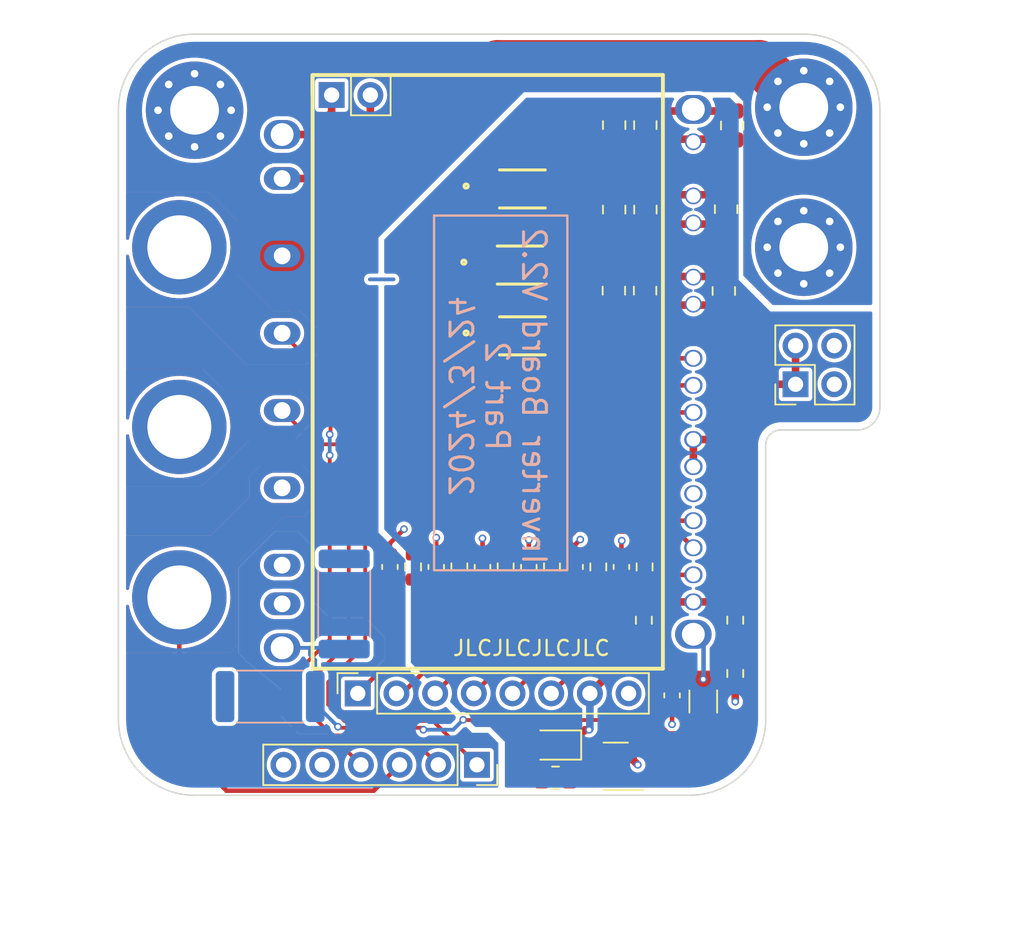
<source format=kicad_pcb>
(kicad_pcb (version 20221018) (generator pcbnew)
  (layers (0 "F.Cu" signal) (31 "B.Cu" signal) (34 "B.Paste" user) (35 "F.Paste" user) (36 "B.SilkS" user "B.Silkscreen") (37 "F.SilkS" user "F.Silkscreen") (38 "B.Mask" user) (39 "F.Mask" user) (44 "Edge.Cuts" user))
  (net 0 "")
  (footprint "Connector_PinSocket_2.54mm:PinSocket_1x02_P2.54mm_Vertical" (layer "F.Cu") (at 76.665 37.251369 90)
    (fp_text reference "J13" hide)
    (fp_text value "Conn_01x02_Pin")
    (pad "1" thru_hole rect (at 0 0 90) (size 1.7 1.7) (drill 1) (layers "*.Cu" "*.Mask"))
    (pad "2" thru_hole oval (at 0 2.54 90) (size 1.7 1.7) (drill 1) (layers "*.Cu" "*.Mask"))
  )
  (footprint "Package_TO_SOT_SMD:SOT-23-3" (layer "F.Cu") (at 95.315 81.351369 180)
    (fp_text reference "Q1" hide)
    (fp_text value "FMMT618TA")
    (pad "1" smd roundrect (at -1.1375 -0.95 180) (size 1.325 0.6) (layers "F.Cu" "F.Paste" "F.Mask"))
    (pad "2" smd roundrect (at -1.1375 0.95 180) (size 1.325 0.6) (layers "F.Cu" "F.Paste" "F.Mask"))
    (pad "3" smd roundrect (at 1.1375 0 180) (size 1.325 0.6) (layers "F.Cu" "F.Paste" "F.Mask"))
  )
  (footprint "Capacitor_SMD:C_0805_2012Metric" (layer "F.Cu") (at 95.215 44.776369 -90)
    (fp_text reference "C9" hide)
    (fp_text value "2.2uf")
    (pad "1" smd roundrect (at -0.95 0 270) (size 1 1.45) (layers "F.Cu" "F.Paste" "F.Mask"))
    (pad "2" smd roundrect (at 0.95 0 270) (size 1 1.45) (layers "F.Cu" "F.Paste" "F.Mask"))
  )
  (footprint "MountingHole:MountingHole_3.2mm_M3_Pad_Via" (layer "F.Cu") (at 107.665 38.051369)
    (fp_text reference "H1" hide)
    (fp_text value "MountingHole_Pad")
    (pad "1" thru_hole circle (at -2.4 0) (size 0.8 0.8) (drill 0.5) (layers "*.Cu" "*.Mask"))
    (pad "1" thru_hole circle (at -1.697056 -1.697056) (size 0.8 0.8) (drill 0.5) (layers "*.Cu" "*.Mask"))
    (pad "1" thru_hole circle (at -1.697056 1.697056) (size 0.8 0.8) (drill 0.5) (layers "*.Cu" "*.Mask"))
    (pad "1" thru_hole circle (at 0 -2.4) (size 0.8 0.8) (drill 0.5) (layers "*.Cu" "*.Mask"))
    (pad "1" thru_hole circle (at 0 0) (size 6.4 6.4) (drill 3.2) (layers "*.Cu" "*.Mask"))
    (pad "1" thru_hole circle (at 0 2.4) (size 0.8 0.8) (drill 0.5) (layers "*.Cu" "*.Mask"))
    (pad "1" thru_hole circle (at 1.697056 -1.697056) (size 0.8 0.8) (drill 0.5) (layers "*.Cu" "*.Mask"))
    (pad "1" thru_hole circle (at 1.697056 1.697056) (size 0.8 0.8) (drill 0.5) (layers "*.Cu" "*.Mask"))
    (pad "1" thru_hole circle (at 2.4 0) (size 0.8 0.8) (drill 0.5) (layers "*.Cu" "*.Mask"))
  )
  (footprint "inverter_lib:M3_smt" (layer "F.Cu") (at 66.665 59.051369)
    (fp_text reference "J9" hide)
    (fp_text value "Header 2")
    (pad "1" thru_hole circle (at 0 0) (size 6.2 6.2) (drill 4.2) (layers "*.Cu" "*.Mask"))
  )
  (footprint "Resistor_SMD:R_0603_1608Metric" (layer "F.Cu") (at 82.010246 68.251369 -90)
    (fp_text reference "R13" hide)
    (fp_text value "100R")
    (pad "1" smd roundrect (at -0.825 0 270) (size 0.8 0.95) (layers "F.Cu" "F.Paste" "F.Mask"))
    (pad "2" smd roundrect (at 0.825 0 270) (size 0.8 0.95) (layers "F.Cu" "F.Paste" "F.Mask"))
  )
  (footprint "Capacitor_SMD:C_0603_1608Metric" (layer "F.Cu") (at 83.530492 68.251369 -90)
    (fp_text reference "C16" hide)
    (fp_text value "100pf")
    (pad "1" smd roundrect (at -0.775 0 270) (size 0.9 0.95) (layers "F.Cu" "F.Paste" "F.Mask"))
    (pad "2" smd roundrect (at 0.775 0 270) (size 0.9 0.95) (layers "F.Cu" "F.Paste" "F.Mask"))
  )
  (footprint "Resistor_SMD:R_0603_1608Metric" (layer "F.Cu") (at 97.165 71.751369 90)
    (fp_text reference "R22" hide)
    (fp_text value "1K")
    (pad "1" smd roundrect (at -0.825 0 90) (size 0.8 0.95) (layers "F.Cu" "F.Paste" "F.Mask"))
    (pad "2" smd roundrect (at 0.825 0 90) (size 0.8 0.95) (layers "F.Cu" "F.Paste" "F.Mask"))
  )
  (footprint "Resistor_SMD:R_0603_1608Metric" (layer "F.Cu") (at 85.050738 68.251369 -90)
    (fp_text reference "R14" hide)
    (fp_text value "100R")
    (pad "1" smd roundrect (at -0.825 0 270) (size 0.8 0.95) (layers "F.Cu" "F.Paste" "F.Mask"))
    (pad "2" smd roundrect (at 0.825 0 270) (size 0.8 0.95) (layers "F.Cu" "F.Paste" "F.Mask"))
  )
  (footprint "Resistor_SMD:R_1206_3216Metric" (layer "F.Cu") (at 101.065 77.091369 -90)
    (fp_text reference "R21" hide)
    (fp_text value "2k")
    (pad "1" smd roundrect (at -1.4625 0 270) (size 1.125 1.75) (layers "F.Cu" "F.Paste" "F.Mask") (roundrect_rratio 0.2222222222))
    (pad "2" smd roundrect (at 1.4625 0 270) (size 1.125 1.75) (layers "F.Cu" "F.Paste" "F.Mask") (roundrect_rratio 0.2222222222))
  )
  (footprint "Capacitor_SMD:C_0603_1608Metric" (layer "F.Cu") (at 86.570984 68.251369 -90)
    (fp_text reference "C17" hide)
    (fp_text value "100pf")
    (pad "1" smd roundrect (at -0.775 0 270) (size 0.9 0.95) (layers "F.Cu" "F.Paste" "F.Mask"))
    (pad "2" smd roundrect (at 0.775 0 270) (size 0.9 0.95) (layers "F.Cu" "F.Paste" "F.Mask"))
  )
  (footprint "Capacitor_SMD:C_0603_1608Metric" (layer "F.Cu") (at 92.651968 68.251369 -90)
    (fp_text reference "C19" hide)
    (fp_text value "100pf")
    (pad "1" smd roundrect (at -0.775 0 270) (size 0.9 0.95) (layers "F.Cu" "F.Paste" "F.Mask"))
    (pad "2" smd roundrect (at 0.775 0 270) (size 0.9 0.95) (layers "F.Cu" "F.Paste" "F.Mask"))
  )
  (footprint "Capacitor_SMD:C_0805_2012Metric" (layer "F.Cu") (at 95.215 39.226369 -90)
    (fp_text reference "C6" hide)
    (fp_text value "2.2uf")
    (pad "1" smd roundrect (at -0.95 0 270) (size 1 1.45) (layers "F.Cu" "F.Paste" "F.Mask"))
    (pad "2" smd roundrect (at 0.95 0 270) (size 1 1.45) (layers "F.Cu" "F.Paste" "F.Mask"))
  )
  (footprint "Resistor_SMD:R_0603_1608Metric" (layer "F.Cu") (at 91.131722 68.251369 -90)
    (fp_text reference "R16" hide)
    (fp_text value "100R")
    (pad "1" smd roundrect (at -0.825 0 270) (size 0.8 0.95) (layers "F.Cu" "F.Paste" "F.Mask"))
    (pad "2" smd roundrect (at 0.825 0 270) (size 0.8 0.95) (layers "F.Cu" "F.Paste" "F.Mask"))
  )
  (footprint "MountingHole:MountingHole_3.2mm_M3_Pad_Via" (layer "F.Cu") (at 67.665 38.251369)
    (fp_text reference "H3" hide)
    (fp_text value "MountingHole_Pad")
    (pad "1" thru_hole circle (at -2.4 0) (size 0.8 0.8) (drill 0.5) (layers "*.Cu" "*.Mask"))
    (pad "1" thru_hole circle (at -1.697056 -1.697056) (size 0.8 0.8) (drill 0.5) (layers "*.Cu" "*.Mask"))
    (pad "1" thru_hole circle (at -1.697056 1.697056) (size 0.8 0.8) (drill 0.5) (layers "*.Cu" "*.Mask"))
    (pad "1" thru_hole circle (at 0 -2.4) (size 0.8 0.8) (drill 0.5) (layers "*.Cu" "*.Mask"))
    (pad "1" thru_hole circle (at 0 0) (size 6.4 6.4) (drill 3.2) (layers "*.Cu" "*.Mask"))
    (pad "1" thru_hole circle (at 0 2.4) (size 0.8 0.8) (drill 0.5) (layers "*.Cu" "*.Mask"))
    (pad "1" thru_hole circle (at 1.697056 -1.697056) (size 0.8 0.8) (drill 0.5) (layers "*.Cu" "*.Mask"))
    (pad "1" thru_hole circle (at 1.697056 1.697056) (size 0.8 0.8) (drill 0.5) (layers "*.Cu" "*.Mask"))
    (pad "1" thru_hole circle (at 2.4 0) (size 0.8 0.8) (drill 0.5) (layers "*.Cu" "*.Mask"))
  )
  (footprint "Connector_PinSocket_2.54mm:PinSocket_2x02_P2.54mm_Vertical" (layer "F.Cu") (at 107.125 56.251369 180)
    (fp_text reference "J12" hide)
    (fp_text value "Conn_01x02_Pin")
    (pad "1" thru_hole rect (at 0 0 180) (size 1.7 1.7) (drill 1) (layers "*.Cu" "*.Mask"))
    (pad "2" thru_hole oval (at -2.54 0 180) (size 1.7 1.7) (drill 1) (layers "*.Cu" "*.Mask"))
    (pad "3" thru_hole oval (at 0 2.54 180) (size 1.7 1.7) (drill 1) (layers "*.Cu" "*.Mask"))
    (pad "4" thru_hole oval (at -2.54 2.54 180) (size 1.7 1.7) (drill 1) (layers "*.Cu" "*.Mask"))
  )
  (footprint "Capacitor_SMD:C_0805_2012Metric" (layer "F.Cu") (at 97.265 44.776369 -90)
    (fp_text reference "C10" hide)
    (fp_text value "2.2uf")
    (pad "1" smd roundrect (at -0.95 0 270) (size 1 1.45) (layers "F.Cu" "F.Paste" "F.Mask"))
    (pad "2" smd roundrect (at 0.95 0 270) (size 1 1.45) (layers "F.Cu" "F.Paste" "F.Mask"))
  )
  (footprint "Resistor_SMD:R_0603_1608Metric" (layer "F.Cu") (at 103.165 75.251369 -90)
    (fp_text reference "R7" hide)
    (fp_text value "2K")
    (pad "1" smd roundrect (at -0.825 0 270) (size 0.8 0.95) (layers "F.Cu" "F.Paste" "F.Mask"))
    (pad "2" smd roundrect (at 0.825 0 270) (size 0.8 0.95) (layers "F.Cu" "F.Paste" "F.Mask"))
  )
  (footprint "Capacitor_SMD:C_0603_1608Metric" (layer "F.Cu") (at 99.015 76.691369 90)
    (fp_text reference "C21" hide)
    (fp_text value "1nf")
    (pad "1" smd roundrect (at -0.775 0 90) (size 0.9 0.95) (layers "F.Cu" "F.Paste" "F.Mask"))
    (pad "2" smd roundrect (at 0.775 0 90) (size 0.9 0.95) (layers "F.Cu" "F.Paste" "F.Mask"))
  )
  (footprint "inverter_lib:MELF_DO-213AB" (layer "F.Cu") (at 89.04 48.42)
    (fp_text reference "Z2" hide)
    (fp_text value "ZM4746A-GS08" hide)
    (pad "1" smd rect (at -2.625 0 90) (size 3 1.25) (layers "F.Cu" "F.Paste" "F.Mask"))
    (pad "2" smd rect (at 2.625 0 90) (size 3 1.25) (layers "F.Cu" "F.Paste" "F.Mask"))
  )
  (footprint "MountingHole:MountingHole_3.2mm_M3_Pad_Via" (layer "F.Cu") (at 107.665 47.251369)
    (fp_text reference "H2" hide)
    (fp_text value "MountingHole_Pad")
    (pad "1" thru_hole circle (at -2.4 0) (size 0.8 0.8) (drill 0.5) (layers "*.Cu" "*.Mask"))
    (pad "1" thru_hole circle (at -1.697056 -1.697056) (size 0.8 0.8) (drill 0.5) (layers "*.Cu" "*.Mask"))
    (pad "1" thru_hole circle (at -1.697056 1.697056) (size 0.8 0.8) (drill 0.5) (layers "*.Cu" "*.Mask"))
    (pad "1" thru_hole circle (at 0 -2.4) (size 0.8 0.8) (drill 0.5) (layers "*.Cu" "*.Mask"))
    (pad "1" thru_hole circle (at 0 0) (size 6.4 6.4) (drill 3.2) (layers "*.Cu" "*.Mask"))
    (pad "1" thru_hole circle (at 0 2.4) (size 0.8 0.8) (drill 0.5) (layers "*.Cu" "*.Mask"))
    (pad "1" thru_hole circle (at 1.697056 -1.697056) (size 0.8 0.8) (drill 0.5) (layers "*.Cu" "*.Mask"))
    (pad "1" thru_hole circle (at 1.697056 1.697056) (size 0.8 0.8) (drill 0.5) (layers "*.Cu" "*.Mask"))
    (pad "1" thru_hole circle (at 2.4 0) (size 0.8 0.8) (drill 0.5) (layers "*.Cu" "*.Mask"))
  )
  (footprint "Capacitor_SMD:C_0805_2012Metric" (layer "F.Cu") (at 102.415 50.121369 -90)
    (fp_text reference "C14" hide)
    (fp_text value "100nf")
    (pad "1" smd roundrect (at -0.95 0 270) (size 1 1.45) (layers "F.Cu" "F.Paste" "F.Mask"))
    (pad "2" smd roundrect (at 0.95 0 270) (size 1 1.45) (layers "F.Cu" "F.Paste" "F.Mask"))
  )
  (footprint "Capacitor_SMD:C_0603_1608Metric" (layer "F.Cu") (at 89.611476 68.251369 -90)
    (fp_text reference "C18" hide)
    (fp_text value "100pf")
    (pad "1" smd roundrect (at -0.775 0 270) (size 0.9 0.95) (layers "F.Cu" "F.Paste" "F.Mask"))
    (pad "2" smd roundrect (at 0.775 0 270) (size 0.9 0.95) (layers "F.Cu" "F.Paste" "F.Mask"))
  )
  (footprint "Capacitor_SMD:C_0805_2012Metric" (layer "F.Cu") (at 102.965 39.251369 -90)
    (fp_text reference "C7" hide)
    (fp_text value "100nf")
    (pad "1" smd roundrect (at -0.95 0 270) (size 1 1.45) (layers "F.Cu" "F.Paste" "F.Mask"))
    (pad "2" smd roundrect (at 0.95 0 270) (size 1 1.45) (layers "F.Cu" "F.Paste" "F.Mask"))
  )
  (footprint "Capacitor_SMD:C_0805_2012Metric" (layer "F.Cu") (at 97.26 39.226369 -90)
    (fp_text reference "C5" hide)
    (fp_text value "2.2uf")
    (pad "1" smd roundrect (at -0.95 0 270) (size 1 1.45) (layers "F.Cu" "F.Paste" "F.Mask"))
    (pad "2" smd roundrect (at 0.95 0 270) (size 1 1.45) (layers "F.Cu" "F.Paste" "F.Mask"))
  )
  (footprint "LED_SMD:LED_0805_2012Metric" (layer "F.Cu") (at 91.365 79.951369 180)
    (fp_text reference "D1" hide)
    (fp_text value "LEDRED")
    (pad "1" smd roundrect (at -0.9375 0 180) (size 0.975 1.4) (layers "F.Cu" "F.Paste" "F.Mask"))
    (pad "2" smd roundrect (at 0.9375 0 180) (size 0.975 1.4) (layers "F.Cu" "F.Paste" "F.Mask"))
  )
  (footprint "Resistor_SMD:R_0805_2012Metric" (layer "F.Cu") (at 91.365 82.101369 180)
    (fp_text reference "R3" hide)
    (fp_text value "301R")
    (pad "1" smd roundrect (at -0.9125 0 180) (size 1.025 1.4) (layers "F.Cu" "F.Paste" "F.Mask") (roundrect_rratio 0.243902439))
    (pad "2" smd roundrect (at 0.9125 0 180) (size 1.025 1.4) (layers "F.Cu" "F.Paste" "F.Mask") (roundrect_rratio 0.243902439))
  )
  (footprint "Resistor_SMD:R_0603_1608Metric" (layer "F.Cu") (at 94.172214 68.251369 -90)
    (fp_text reference "R17" hide)
    (fp_text value "100R")
    (pad "1" smd roundrect (at -0.825 0 270) (size 0.8 0.95) (layers "F.Cu" "F.Paste" "F.Mask"))
    (pad "2" smd roundrect (at 0.825 0 270) (size 0.8 0.95) (layers "F.Cu" "F.Paste" "F.Mask"))
  )
  (footprint "Capacitor_SMD:C_0805_2012Metric" (layer "F.Cu") (at 97.245 50.101369 -90)
    (fp_text reference "C12" hide)
    (fp_text value "2.2uf")
    (pad "1" smd roundrect (at -0.95 0 270) (size 1 1.45) (layers "F.Cu" "F.Paste" "F.Mask"))
    (pad "2" smd roundrect (at 0.95 0 270) (size 1 1.45) (layers "F.Cu" "F.Paste" "F.Mask"))
  )
  (footprint "Connector_PinSocket_2.54mm:PinSocket_1x06_P2.54mm_Vertical" (layer "F.Cu") (at 86.205 81.251369 -90)
    (fp_text reference "J10" hide)
    (fp_text value "Conn_01x06_Pin")
    (pad "1" thru_hole rect (at 0 0 270) (size 1.7 1.7) (drill 1) (layers "*.Cu" "*.Mask"))
    (pad "2" thru_hole oval (at 0 2.54 270) (size 1.7 1.7) (drill 1) (layers "*.Cu" "*.Mask"))
    (pad "3" thru_hole oval (at 0 5.08 270) (size 1.7 1.7) (drill 1) (layers "*.Cu" "*.Mask"))
    (pad "4" thru_hole oval (at 0 7.62 270) (size 1.7 1.7) (drill 1) (layers "*.Cu" "*.Mask"))
    (pad "5" thru_hole oval (at 0 10.16 270) (size 1.7 1.7) (drill 1) (layers "*.Cu" "*.Mask"))
    (pad "6" thru_hole oval (at 0 12.7 270) (size 1.7 1.7) (drill 1) (layers "*.Cu" "*.Mask"))
  )
  (footprint "inverter_lib:MELF_DO-213AB" (layer "F.Cu") (at 89.19 53.07)
    (fp_text reference "Z3" hide)
    (fp_text value "ZM4746A-GS08" hide)
    (pad "1" smd rect (at -2.625 0 90) (size 3 1.25) (layers "F.Cu" "F.Paste" "F.Mask"))
    (pad "2" smd rect (at 2.625 0 90) (size 3 1.25) (layers "F.Cu" "F.Paste" "F.Mask"))
  )
  (footprint "inverter_lib:MELF_DO-213AB" (layer "F.Cu") (at 89.19 43.42)
    (fp_text reference "Z1" hide)
    (fp_text value "ZM4746A-GS08" hide)
    (pad "1" smd rect (at -2.625 0 90) (size 3 1.25) (layers "F.Cu" "F.Paste" "F.Mask"))
    (pad "2" smd rect (at 2.625 0 90) (size 3 1.25) (layers "F.Cu" "F.Paste" "F.Mask"))
  )
  (footprint "Resistor_SMD:R_0603_1608Metric" (layer "F.Cu") (at 88.09123 68.251369 -90)
    (fp_text reference "R15" hide)
    (fp_text value "100R")
    (pad "1" smd roundrect (at -0.825 0 270) (size 0.8 0.95) (layers "F.Cu" "F.Paste" "F.Mask"))
    (pad "2" smd roundrect (at 0.825 0 270) (size 0.8 0.95) (layers "F.Cu" "F.Paste" "F.Mask"))
  )
  (footprint "Resistor_SMD:R_0603_1608Metric" (layer "F.Cu") (at 97.21271 68.251369 -90)
    (fp_text reference "R18" hide)
    (fp_text value "100R")
    (pad "1" smd roundrect (at -0.825 0 270) (size 0.8 0.95) (layers "F.Cu" "F.Paste" "F.Mask"))
    (pad "2" smd roundrect (at 0.825 0 270) (size 0.8 0.95) (layers "F.Cu" "F.Paste" "F.Mask"))
  )
  (footprint "inverter_lib:M3_smt" (layer "F.Cu") (at 66.665 70.251369)
    (fp_text reference "J11" hide)
    (fp_text value "Header 2")
    (pad "1" thru_hole circle (at 0 0) (size 6.2 6.2) (drill 4.2) (layers "*.Cu" "*.Mask"))
  )
  (footprint "Capacitor_SMD:C_0603_1608Metric" (layer "F.Cu") (at 95.69246 68.251369 -90)
    (fp_text reference "C20" hide)
    (fp_text value "100pf")
    (pad "1" smd roundrect (at -0.775 0 270) (size 0.9 0.95) (layers "F.Cu" "F.Paste" "F.Mask"))
    (pad "2" smd roundrect (at 0.775 0 270) (size 0.9 0.95) (layers "F.Cu" "F.Paste" "F.Mask"))
  )
  (footprint "Capacitor_SMD:C_0805_2012Metric" (layer "F.Cu") (at 95.195 50.101369 -90)
    (fp_text reference "C13" hide)
    (fp_text value "2.2uf")
    (pad "1" smd roundrect (at -0.95 0 270) (size 1 1.45) (layers "F.Cu" "F.Paste" "F.Mask"))
    (pad "2" smd roundrect (at 0.95 0 270) (size 1 1.45) (layers "F.Cu" "F.Paste" "F.Mask"))
  )
  (footprint "Capacitor_SMD:C_0805_2012Metric" (layer "F.Cu") (at 102.565 44.751369 -90)
    (fp_text reference "C11" hide)
    (fp_text value "100nf")
    (pad "1" smd roundrect (at -0.95 0 270) (size 1 1.45) (layers "F.Cu" "F.Paste" "F.Mask"))
    (pad "2" smd roundrect (at 0.95 0 270) (size 1 1.45) (layers "F.Cu" "F.Paste" "F.Mask"))
  )
  (footprint "inverter_lib:M3_smt" (layer "F.Cu") (at 66.665 47.251369)
    (fp_text reference "J8" hide)
    (fp_text value "Header 2")
    (pad "1" thru_hole circle (at 0 0) (size 6.2 6.2) (drill 4.2) (layers "*.Cu" "*.Mask"))
  )
  (footprint "Resistor_SMD:R_0603_1608Metric" (layer "F.Cu") (at 103.165 71.751369 90)
    (fp_text reference "R6" hide)
    (fp_text value "10K")
    (pad "1" smd roundrect (at -0.825 0 90) (size 0.8 0.95) (layers "F.Cu" "F.Paste" "F.Mask"))
    (pad "2" smd roundrect (at 0.825 0 90) (size 0.8 0.95) (layers "F.Cu" "F.Paste" "F.Mask"))
  )
  (footprint "Capacitor_SMD:C_0603_1608Metric" (layer "F.Cu") (at 80.49 68.251369 -90)
    (fp_text reference "C15" hide)
    (fp_text value "100pf")
    (pad "1" smd roundrect (at -0.775 0 270) (size 0.9 0.95) (layers "F.Cu" "F.Paste" "F.Mask"))
    (pad "2" smd roundrect (at 0.775 0 270) (size 0.9 0.95) (layers "F.Cu" "F.Paste" "F.Mask"))
  )
  (footprint "Connector_PinSocket_2.54mm:PinSocket_1x08_P2.54mm_Vertical" (layer "F.Cu") (at 78.381 76.558369 90)
    (fp_text reference "J2" hide)
    (fp_text value "Conn_01x08_Pin")
    (pad "1" thru_hole rect (at 0 0 90) (size 1.7 1.7) (drill 1) (layers "*.Cu" "*.Mask"))
    (pad "2" thru_hole oval (at 0 2.54 90) (size 1.7 1.7) (drill 1) (layers "*.Cu" "*.Mask"))
    (pad "3" thru_hole oval (at 0 5.08 90) (size 1.7 1.7) (drill 1) (layers "*.Cu" "*.Mask"))
    (pad "4" thru_hole oval (at 0 7.62 90) (size 1.7 1.7) (drill 1) (layers "*.Cu" "*.Mask"))
    (pad "5" thru_hole oval (at 0 10.16 90) (size 1.7 1.7) (drill 1) (layers "*.Cu" "*.Mask"))
    (pad "6" thru_hole oval (at 0 12.7 90) (size 1.7 1.7) (drill 1) (layers "*.Cu" "*.Mask"))
    (pad "7" thru_hole oval (at 0 15.24 90) (size 1.7 1.7) (drill 1) (layers "*.Cu" "*.Mask"))
    (pad "8" thru_hole oval (at 0 17.78 90) (size 1.7 1.7) (drill 1) (layers "*.Cu" "*.Mask"))
  )
  (footprint "Resistor_SMD:R_2512_6332Metric" (layer "B.Cu") (at 72.6275 76.77 180)
    (fp_text reference "R20" hide)
    (fp_text value "8mR")
    (pad "1" smd roundrect (at -2.9625 0 180) (size 1.225 3.35) (layers "B.Cu" "B.Paste" "B.Mask") (roundrect_rratio 0.2040816327))
    (pad "2" smd roundrect (at 2.9625 0 180) (size 1.225 3.35) (layers "B.Cu" "B.Paste" "B.Mask") (roundrect_rratio 0.2040816327))
  )
  (footprint "inverter_lib:FNC42060F" (layer "B.Cu") (at 86.915 55.879869)
    (fp_text reference "Q2" hide)
    (fp_text value "FNC42060F" hide)
    (pad "1" thru_hole oval (at -13.5 -16.0345) (size 2.4 1.9) (drill 1.5) (layers "*.Cu" "*.Mask"))
    (pad "2" thru_hole oval (at -13.5 -13.1445) (size 2.4 1.5) (drill 1.1) (layers "*.Cu" "*.Mask"))
    (pad "3" thru_hole oval (at -13.5 -8.0645) (size 2.4 1.5) (drill 1.1) (layers "*.Cu" "*.Mask"))
    (pad "4" thru_hole oval (at -13.5 -2.9845) (size 2.4 1.5) (drill 1.1) (layers "*.Cu" "*.Mask"))
    (pad "5" thru_hole oval (at -13.5 2.0955) (size 2.4 1.5) (drill 1.1) (layers "*.Cu" "*.Mask"))
    (pad "6" thru_hole oval (at -13.5 7.1755) (size 2.4 1.5) (drill 1.1) (layers "*.Cu" "*.Mask"))
    (pad "7" thru_hole oval (at -13.5 12.2555) (size 2.4 1.5) (drill 1.1) (layers "*.Cu" "*.Mask"))
    (pad "8" thru_hole oval (at -13.5 14.7955) (size 2.4 1.5) (drill 1.1) (layers "*.Cu" "*.Mask"))
    (pad "9" thru_hole oval (at -13.5 17.6855) (size 2.4 1.9) (drill 1.5) (layers "*.Cu" "*.Mask"))
    (pad "10" thru_hole oval (at 13.5 16.7965) (size 2.4 1.9) (drill 1.5) (layers "*.Cu" "*.Mask"))
    (pad "11" thru_hole oval (at 13.5 14.6685) (size 1.2 1.1) (drill 0.9) (layers "*.Cu" "*.Mask"))
    (pad "12" thru_hole oval (at 13.5 12.89051) (size 1.2 1.1) (drill 0.9) (layers "*.Cu" "*.Mask"))
    (pad "13" thru_hole oval (at 13.5 11.1125) (size 1.2 1.1) (drill 0.9) (layers "*.Cu" "*.Mask"))
    (pad "14" thru_hole oval (at 13.5 9.3345) (size 1.2 1.1) (drill 0.9) (layers "*.Cu" "*.Mask"))
    (pad "15" thru_hole oval (at 13.5 7.5565) (size 1.2 1.1) (drill 0.9) (layers "*.Cu" "*.Mask"))
    (pad "16" thru_hole oval (at 13.5 5.77851) (size 1.2 1.1) (drill 0.9) (layers "*.Cu" "*.Mask"))
    (pad "17" thru_hole oval (at 13.5 4.0005) (size 1.2 1.1) (drill 0.9) (layers "*.Cu" "*.Mask"))
    (pad "18" thru_hole oval (at 13.5 2.2225) (size 1.2 1.1) (drill 0.9) (layers "*.Cu" "*.Mask"))
    (pad "19" thru_hole oval (at 13.5 0.4445) (size 1.2 1.1) (drill 0.9) (layers "*.Cu" "*.Mask"))
    (pad "20" thru_hole oval (at 13.5 -1.3335) (size 1.2 1.1) (drill 0.9) (layers "*.Cu" "*.Mask"))
    (pad "21" thru_hole circle (at 13.5 -4.8895) (size 1.1 1.1) (drill 0.9) (layers "*.Cu" "*.Mask"))
    (pad "22" thru_hole circle (at 13.5 -6.6675) (size 1.1 1.1) (drill 0.9) (layers "*.Cu" "*.Mask"))
    (pad "23" thru_hole circle (at 13.5 -10.2235) (size 1.1 1.1) (drill 0.9) (layers "*.Cu" "*.Mask"))
    (pad "24" thru_hole circle (at 13.5 -12.0015) (size 1.1 1.1) (drill 0.9) (layers "*.Cu" "*.Mask"))
    (pad "25" thru_hole circle (at 13.5 -15.5575) (size 1.1 1.1) (drill 0.9) (layers "*.Cu" "*.Mask"))
    (pad "26" thru_hole oval (at 13.5 -17.6855) (size 2.4 1.9) (drill 1.5) (layers "*.Cu" "*.Mask"))
  )
  (footprint "Resistor_SMD:R_2512_6332Metric" (layer "B.Cu") (at 77.49 70.6825 90)
    (fp_text reference "R19" hide)
    (fp_text value "8mR")
    (pad "1" smd roundrect (at -2.9625 0 90) (size 1.225 3.35) (layers "B.Cu" "B.Paste" "B.Mask") (roundrect_rratio 0.2040816327))
    (pad "2" smd roundrect (at 2.9625 0 90) (size 1.225 3.35) (layers "B.Cu" "B.Paste" "B.Mask") (roundrect_rratio 0.2040816327))
  )
  (gr_rect (start 83.39 45.17) (end 92.14 68.47) (stroke (width 0.15)) (fill none) (layer "B.SilkS"))
  (gr_line (start 67.665 83.251369) (end 100.165 83.251369) (stroke (width 0.1)) (layer "Edge.Cuts"))
  (gr_arc (start 105.165 78.251369) (mid 103.700534 81.786904) (end 100.165 83.251369) (stroke (width 0.1)) (layer "Edge.Cuts"))
  (gr_line (start 111.165 59.251369) (end 106.165 59.251369) (stroke (width 0.1)) (layer "Edge.Cuts"))
  (gr_arc (start 62.665 38.251369) (mid 64.129466 34.715836) (end 67.665 33.251369) (stroke (width 0.1)) (layer "Edge.Cuts"))
  (gr_line (start 67.665 33.251369) (end 107.665 33.251369) (stroke (width 0.1)) (layer "Edge.Cuts"))
  (gr_arc (start 107.665 33.251369) (mid 111.20051 34.715839) (end 112.665 38.251369) (stroke (width 0.1)) (layer "Edge.Cuts"))
  (gr_line (start 112.665 57.751369) (end 112.665 38.251369) (stroke (width 0.1)) (layer "Edge.Cuts"))
  (gr_arc (start 105.165 60.251369) (mid 105.457898 59.544247) (end 106.165 59.251369) (stroke (width 0.1)) (layer "Edge.Cuts"))
  (gr_arc (start 112.665 57.751369) (mid 112.225665 58.812014) (end 111.165 59.251369) (stroke (width 0.1)) (layer "Edge.Cuts"))
  (gr_line (start 105.165 60.251369) (end 105.165 78.251369) (stroke (width 0.1)) (layer "Edge.Cuts"))
  (gr_arc (start 67.665 83.251369) (mid 64.129472 81.786897) (end 62.665 78.251369) (stroke (width 0.1)) (layer "Edge.Cuts"))
  (gr_line (start 62.665 78.251369) (end 62.665 38.251369) (stroke (width 0.1)) (layer "Edge.Cuts"))
  (gr_text "Inverter Board V2.2\nPart 2\n2024/3/24" (at 84.24 57.02 270) (layer "B.SilkS") (effects (font (size 1.5 1.5) (thickness 0.2)) (justify bottom mirror)))
  (gr_text "JLCJLCJLCJLC" (at 84.54 74.17) (layer "F.SilkS") (effects (font (size 1 1)) (justify left bottom)))
  (segment (start 93.62 54.546369) (end 100.415 54.546369) (width 0.3) (layer "F.Cu") (net 0))
  (segment (start 90.4275 82.076369) (end 90.4525 82.101369) (width 0.5) (layer "F.Cu") (net 0))
  (segment (start 87.555 35.141369) (end 74.881 47.815369) (width 3) (layer "F.Cu") (net 0))
  (segment (start 95.042 56.324369) (end 100.415 56.324369) (width 0.3) (layer "F.Cu") (net 0))
  (segment (start 75.634631 60.195) (end 77.015 60.195) (width 0.25) (layer "F.Cu") (net 0))
  (segment (start 97.21271 67.426369) (end 98.55672 68.770379) (width 0.3) (layer "F.Cu") (net 0))
  (segment (start 102.915 40.151369) (end 102.965 40.201369) (width 0.5) (layer "F.Cu") (net 0))
  (segment (start 76.59 56.070369) (end 73.415 52.895369) (width 0.25) (layer "F.Cu") (net 0))
  (segment (start 92.521369 48.42) (end 95.215 45.726369) (width 0.5) (layer "F.Cu") (net 0))
  (segment (start 96.79 72.576369) (end 94.965 74.401369) (width 0.5) (layer "F.Cu") (net 0))
  (segment (start 93.176369 53.07) (end 95.195 51.051369) (width 0.5) (layer "F.Cu") (net 0))
  (segment (start 66.665 79.851369) (end 69.765 82.951369) (width 0.3) (layer "F.Cu") (net 0))
  (segment (start 93.343722 65.214369) (end 100.415 65.214369) (width 0.3) (layer "F.Cu") (net 0))
  (segment (start 75.631 42.735369) (end 73.415 42.735369) (width 0.5) (layer "F.Cu") (net 0))
  (segment (start 97.16271 69.026369) (end 97.21271 69.076369) (width 0.3) (layer "F.Cu") (net 0))
  (segment (start 83.461 76.558369) (end 86.570984 73.448385) (width 0.3) (layer "F.Cu") (net 0))
  (segment (start 95.69246 66.548409) (end 95.69246 67.476369) (width 0.3) (layer "F.Cu") (net 0))
  (segment (start 88.09123 66.550139) (end 96.539 58.102369) (width 0.3) (layer "F.Cu") (net 0))
  (segment (start 95.69246 69.026369) (end 97.16271 69.026369) (width 0.3) (layer "F.Cu") (net 0))
  (segment (start 92.615 82.101369) (end 93.365 81.351369) (width 0.5) (layer "F.Cu") (net 0))
  (segment (start 97.920458 78.31) (end 98.776827 79.166369) (width 0.25) (layer "F.Cu") (net 0))
  (segment (start 92.651968 72.447401) (end 88.541 76.558369) (width 0.3) (layer "F.Cu") (net 0))
  (segment (start 74.19 79.145) (end 75.121369 80.076369) (width 0.25) (layer "F.Cu") (net 0))
  (segment (start 94.965 75.214369) (end 93.621 76.558369) (width 0.5) (layer "F.Cu") (net 0))
  (segment (start 107.665 38.051369) (end 104.755 35.141369) (width 3) (layer "F.Cu") (net 0))
  (segment (start 95.215 43.826369) (end 93.471369 45.57) (width 0.5) (layer "F.Cu") (net 0))
  (segment (start 74.19 75.37) (end 74.19 79.145) (width 0.25) (layer "F.Cu") (net 0))
  (segment (start 100.165 82.301369) (end 96.4525 82.301369) (width 0.5) (layer "F.Cu") (net 0))
  (segment (start 100.415 59.880369) (end 100.415 61.658379) (width 0.5) (layer "F.Cu") (net 0))
  (segment (start 85.32 78.31) (end 97.920458 78.31) (width 0.25) (layer "F.Cu") (net 0))
  (segment (start 92.921369 40.57) (end 90.99 40.57) (width 0.5) (layer "F.Cu") (net 0))
  (segment (start 77.015 60.195) (end 77.79 60.97) (width 0.25) (layer "F.Cu") (net 0))
  (segment (start 76.59 59.495) (end 76.59 56.070369) (width 0.25) (layer "F.Cu") (net 0))
  (segment (start 80.49 69.026369) (end 81.960246 69.026369) (width 0.3) (layer "F.Cu") (net 0))
  (segment (start 91.815 43.42) (end 95.083631 40.151369) (width 0.5) (layer "F.Cu") (net 0))
  (segment (start 95.19 65.926369) (end 99.349 65.926369) (width 0.3) (layer "F.Cu") (net 0))
  (segment (start 93.565 78.951369) (end 93.3025 78.951369) (width 0.5) (layer "F.Cu") (net 0))
  (segment (start 105.665 56.251369) (end 102.036 59.880369) (width 0.5) (layer "F.Cu") (net 0))
  (segment (start 91.131722 69.076369) (end 89.661476 69.076369) (width 0.3) (layer "F.Cu") (net 0))
  (segment (start 86.570984 67.476369) (end 86.570984 66.382353) (width 0.3) (layer "F.Cu") (net 0))
  (segment (start 76.54 59.545) (end 76.59 59.495) (width 0.25) (layer "F.Cu") (net 0))
  (segment (start 80.49 66.695) (end 80.49 67.476369) (width 0.3) (layer "F.Cu") (net 0))
  (segment (start 77.515 78.37) (end 76.44 77.295) (width 0.25) (layer "F.Cu") (net 0))
  (segment (start 102.036 59.880369) (end 100.415 59.880369) (width 0.5) (layer "F.Cu") (net 0))
  (segment (start 99.015 77.466369) (end 99.015 78.591369) (width 0.3) (layer "F.Cu") (net 0))
  (segment (start 96.4525 80.938869) (end 96.765 81.251369) (width 0.5) (layer "F.Cu") (net 0))
  (segment (start 73.415 57.975369) (end 75.634631 60.195) (width 0.25) (layer "F.Cu") (net 0))
  (segment (start 86.205 81.251369) (end 83.323631 78.37) (width 0.25) (layer "F.Cu") (net 0))
  (segment (start 81.733631 79.32) (end 83.665 81.251369) (width 0.25) (layer "F.Cu") (net 0))
  (segment (start 86.565 53.07) (end 86.565 50.901369) (width 0.5) (layer "F.Cu") (net 0))
  (segment (start 86.570984 73.448385) (end 86.570984 69.076369) (width 0.3) (layer "F.Cu") (net 0))
  (segment (start 92.2775 82.101369) (end 92.615 82.101369) (width 0.5) (layer "F.Cu") (net 0))
  (segment (start 94.172214 67.426369) (end 94.172214 66.944155) (width 0.3) (layer "F.Cu") (net 0))
  (segment (start 102.54 45.726369) (end 102.565 45.701369) (width 0.5) (layer "F.Cu") (net 0))
  (segment (start 76.44 75.82) (end 78.865 73.395) (width 0.25) (layer "F.Cu") (net 0))
  (segment (start 85.050738 69.076369) (end 83.580492 69.076369) (width 0.3) (layer "F.Cu") (net 0))
  (segment (start 76.44 77.295) (end 76.44 75.82) (width 0.25) (layer "F.Cu") (net 0))
  (segment (start 103.165 74.426369) (end 103.99 74.426369) (width 0.5) (layer "F.Cu") (net 0))
  (segment (start 75.265 75.72) (end 75.265 77.895) (width 0.25) (layer "F.Cu") (net 0))
  (segment (start 104.315 74.751369) (end 104.315 78.151369) (width 0.5) (layer "F.Cu") (net 0))
  (segment (start 80.49 74.449369) (end 80.49 69.051369) (width 0.3) (layer "F.Cu") (net 0))
  (segment (start 97.245 51.051369) (end 102.395 51.051369) (width 0.5) (layer "F.Cu") (net 0))
  (segment (start 95.24 43.801369) (end 95.215 43.826369) (width 0.5) (layer "F.Cu") (net 0))
  (segment (start 86.570984 69.026369) (end 88.04123 69.026369) (width 0.3) (layer "F.Cu") (net 0))
  (segment (start 93.365 81.351369) (end 94.1775 81.351369) (width 0.5) (layer "F.Cu") (net 0))
  (segment (start 86.570984 66.382353) (end 86.565 66.376369) (width 0.3) (layer "F.Cu") (net 0))
  (segment (start 73.415 39.845369) (end 75.211 39.845369) (width 0.5) (layer "F.Cu") (net 0))
  (segment (start 95.215 38.276369) (end 92.921369 40.57) (width 0.5) (layer "F.Cu") (net 0))
  (segment (start 102.565 43.801369) (end 95.24 43.801369) (width 0.5) (layer "F.Cu") (net 0))
  (segment (start 104.315 78.151369) (end 100.165 82.301369) (width 0.5) (layer "F.Cu") (net 0))
  (segment (start 98.14 70.926369) (end 98.518 70.548369) (width 0.5) (layer "F.Cu") (net 0))
  (segment (start 107.125 56.251369) (end 105.665 56.251369) (width 0.5) (layer "F.Cu") (net 0))
  (segment (start 83.530492 66.335877) (end 83.54 66.326369) (width 0.3) (layer "F.Cu") (net 0))
  (segment (start 93.726369 50.62) (end 95.195 49.151369) (width 0.5) (layer "F.Cu") (net 0))
  (segment (start 95.24 38.301369) (end 95.215 38.276369) (width 0.5) (layer "F.Cu") (net 0))
  (segment (start 88.14 43.42) (end 86.565 43.42) (width 0.5) (layer "F.Cu") (net 0))
  (segment (start 78.381 76.558369) (end 80.49 74.449369) (width 0.3) (layer "F.Cu") (net 0))
  (segment (start 85.050738 67.426369) (end 85.050738 66.315631) (width 0.3) (layer "F.Cu") (net 0))
  (segment (start 95.083631 40.151369) (end 102.915 40.151369) (width 0.5) (layer "F.Cu") (net 0))
  (segment (start 86.415 46.095) (end 86.415 48.42) (width 0.5) (layer "F.Cu") (net 0))
  (segment (start 86.565 50.901369) (end 86.846369 50.62) (width 0.5) (layer "F.Cu") (net 0))
  (segment (start 85.050738 66.315631) (end 95.042 56.324369) (width 0.3) (layer "F.Cu") (net 0))
  (segment (start 102.965 38.301369) (end 95.24 38.301369) (width 0.5) (layer "F.Cu") (net 0))
  (segment (start 77.41 80.076369) (end 78.585 81.251369) (width 0.25) (layer "F.Cu") (net 0))
  (segment (start 69.765 82.951369) (end 79.425 82.951369) (width 0.3) (layer "F.Cu") (net 0))
  (segment (start 95.69246 71.946909) (end 91.081 76.558369) (width 0.3) (layer "F.Cu") (net 0))
  (segment (start 83.580492 69.076369) (end 83.530492 69.026369) (width 0.3) (layer "F.Cu") (net 0))
  (segment (start 76.54 73.02) (end 74.19 75.37) (width 0.25) (layer "F.Cu") (net 0))
  (segment (start 97.165 70.926369) (end 98.14 70.926369) (width 0.5) (layer "F.Cu") (net 0))
  (segment (start 89.611476 66.479893) (end 89.615 66.476369) (width 0.3) (layer "F.Cu") (net 0))
  (segment (start 78.865 53.265369) (end 73.415 47.815369) (width 0.25) (layer "F.Cu") (net 0))
  (segment (start 75.265 77.895) (end 76.69 79.32) (width 0.25) (layer "F.Cu") (net 0))
  (segment (start 96.539 58.102369) (end 100.415 58.102369) (width 0.3) (layer "F.Cu") (net 0))
  (segment (start 76.665 38.391369) (end 76.665 37.251369) (width 0.5) (layer "F.Cu") (net 0))
  (segment (start 102.395 51.051369) (end 102.415 51.071369) (width 0.5) (layer "F.Cu") (net 0))
  (segment (start 92.651968 66.789401) (end 92.99 66.451369) (width 0.3) (layer "F.Cu") (net 0))
  (segment (start 100.4525 79.166369) (end 101.065 78.553869) (width 0.25) (layer "F.Cu") (net 0))
  (segment (start 77.79 60.97) (end 77.79 73.195) (width 0.25) (layer "F.Cu") (net 0))
  (segment (start 76.54 60.92) (end 76.54 73.02) (width 0.25) (layer "F.Cu") (net 0))
  (segment (start 92.701968 69.076369) (end 92.651968 69.026369) (width 0.3) (layer "F.Cu") (net 0))
  (segment (start 98.776827 79.166369) (end 100.4525 79.166369) (width 0.25) (layer "F.Cu") (net 0))
  (segment (start 98.55672 68.770379) (end 100.415 68.770379) (width 0.3) (layer "F.Cu") (net 0))
  (segment (start 79.205 39.161369) (end 75.631 42.735369) (width 0.5) (layer "F.Cu") (net 0))
  (segment (start 75.121369 80.076369) (end 77.41 80.076369) (width 0.25) (layer "F.Cu") (net 0))
  (segment (start 88.04123 69.026369) (end 88.09123 69.076369) (width 0.3) (layer "F.Cu") (net 0))
  (segment (start 101.065 75.628869) (end 99.3025 75.628869) (width 0.3) (layer "F.Cu") (net 0))
  (segment (start 86.94 45.57) (end 86.415 46.095) (width 0.5) (layer "F.Cu") (net 0))
  (segment (start 89.611476 72.947893) (end 86.001 76.558369) (width 0.3) (layer "F.Cu") (net 0))
  (segment (start 96.4525 80.401369) (end 96.4525 80.938869) (width 0.5) (layer "F.Cu") (net 0))
  (segment (start 99.349 65.926369) (end 100.415 66.992369) (width 0.3) (layer "F.Cu") (net 0))
  (segment (start 89.611476 67.476369) (end 89.611476 66.479893) (width 0.3) (layer "F.Cu") (net 0))
  (segment (start 107.125 53.711369) (end 107.125 56.251369) (width 0.5) (layer "F.Cu") (net 0))
  (segment (start 98.518 70.548369) (end 100.415 70.548369) (width 0.5) (layer "F.Cu") (net 0))
  (segment (start 95.215 45.726369) (end 102.54 45.726369) (width 0.5) (layer "F.Cu") (net 0))
  (segment (start 94.172214 69.076369) (end 92.701968 69.076369) (width 0.3) (layer "F.Cu") (net 0))
  (segment (start 91.131722 67.426369) (end 93.343722 65.214369) (width 0.3) (layer "F.Cu") (net 0))
  (segment (start 104.755 35.141369) (end 87.555 35.141369) (width 3) (layer "F.Cu") (net 0))
  (segment (start 94.965 74.401369) (end 94.965 75.214369) (width 0.5) (layer "F.Cu") (net 0))
  (segment (start 89.611476 69.026369) (end 89.611476 72.947893) (width 0.3) (layer "F.Cu") (net 0))
  (segment (start 102.415 49.171369) (end 95.215 49.171369) (width 0.5) (layer "F.Cu") (net 0))
  (segment (start 79.205 37.251369) (end 79.205 39.161369) (width 0.5) (layer "F.Cu") (net 0))
  (segment (start 97.165 72.576369) (end 96.79 72.576369) (width 0.5) (layer "F.Cu") (net 0))
  (segment (start 100.415 70.548369) (end 102.787 70.548369) (width 0.5) (layer "F.Cu") (net 0))
  (segment (start 95.215 49.171369) (end 95.195 49.151369) (width 0.5) (layer "F.Cu") (net 0))
  (segment (start 95.195 51.051369) (end 97.245 51.051369) (width 0.5) (layer "F.Cu") (net 0))
  (segment (start 83.530492 69.026369) (end 83.530492 74.335877) (width 0.3) (layer "F.Cu") (net 0))
  (segment (start 89.661476 69.076369) (end 89.611476 69.026369) (width 0.3) (layer "F.Cu") (net 0))
  (segment (start 82.010246 66.156123) (end 93.62 54.546369) (width 0.3) (layer "F.Cu") (net 0))
  (segment (start 74.881 47.815369) (end 73.415 47.815369) (width 3) (layer "F.Cu") (net 0))
  (segment (start 95.69246 69.026369) (end 95.69246 71.946909) (width 0.3) (layer "F.Cu") (net 0))
  (segment (start 76.69 79.32) (end 81.733631 79.32) (width 0.25) (layer "F.Cu") (net 0))
  (segment (start 78.865 73.395) (end 78.865 53.265369) (width 0.25) (layer "F.Cu") (net 0))
  (segment (start 77.152534 78.82) (end 82.5655 78.82) (width 0.25) (layer "F.Cu") (net 0))
  (segment (start 103.165 72.576369) (end 103.165 74.426369) (width 0.5) (layer "F.Cu") (net 0))
  (segment (start 90.99 40.57) (end 88.14 43.42) (width 0.5) (layer "F.Cu") (net 0))
  (segment (start 95.715 66.525869) (end 95.69246 66.548409) (width 0.3) (layer "F.Cu") (net 0))
  (segment (start 83.530492 67.476369) (end 83.530492 66.335877) (width 0.3) (layer "F.Cu") (net 0))
  (segment (start 88.09123 67.426369) (end 88.09123 66.550139) (width 0.3) (layer "F.Cu") (net 0))
  (segment (start 75.211 39.845369) (end 76.665 38.391369) (width 0.5) (layer "F.Cu") (net 0))
  (segment (start 81.308 76.558369) (end 80.921 76.558369) (width 0.3) (layer "F.Cu") (net 0))
  (segment (start 77.79 73.195) (end 75.265 75.72) (width 0.25) (layer "F.Cu") (net 0))
  (segment (start 86.846369 50.62) (end 93.726369 50.62) (width 0.5) (layer "F.Cu") (net 0))
  (segment (start 93.471369 45.57) (end 86.94 45.57) (width 0.5) (layer "F.Cu") (net 0))
  (segment (start 103.165 76.076369) (end 103.165 77.101369) (width 0.5) (layer "F.Cu") (net 0))
  (segment (start 81.960246 69.026369) (end 82.010246 69.076369) (width 0.3) (layer "F.Cu") (net 0))
  (segment (start 99.3025 75.628869) (end 99.015 75.916369) (width 0.3) (layer "F.Cu") (net 0))
  (segment (start 93.3025 78.951369) (end 92.3025 79.951369) (width 0.5) (layer "F.Cu") (net 0))
  (segment (start 102.787 70.548369) (end 103.165 70.926369) (width 0.5) (layer "F.Cu") (net 0))
  (segment (start 92.651968 67.476369) (end 92.651968 66.789401) (width 0.3) (layer "F.Cu") (net 0))
  (segment (start 91.665 48.42) (end 92.521369 48.42) (width 0.5) (layer "F.Cu") (net 0))
  (segment (start 82.010246 67.426369) (end 82.010246 66.156123) (width 0.3) (layer "F.Cu") (net 0))
  (segment (start 79.425 82.951369) (end 81.125 81.251369) (width 0.3) (layer "F.Cu") (net 0))
  (segment (start 83.323631 78.37) (end 77.515 78.37) (width 0.25) (layer "F.Cu") (net 0))
  (segment (start 92.651968 69.026369) (end 92.651968 72.447401) (width 0.3) (layer "F.Cu") (net 0))
  (segment (start 82.5655 78.82) (end 82.69 78.9445) (width 0.25) (layer "F.Cu") (net 0))
  (segment (start 77.078399 78.745865) (end 77.152534 78.82) (width 0.25) (layer "F.Cu") (net 0))
  (segment (start 85.3 78.29) (end 85.32 78.31) (width 0.25) (layer "F.Cu") (net 0))
  (segment (start 83.530492 74.335877) (end 81.308 76.558369) (width 0.3) (layer "F.Cu") (net 0))
  (segment (start 90.4275 79.951369) (end 90.4275 82.076369) (width 0.5) (layer "F.Cu") (net 0))
  (segment (start 94.172214 66.944155) (end 95.19 65.926369) (width 0.3) (layer "F.Cu") (net 0))
  (segment (start 91.815 53.07) (end 93.176369 53.07) (width 0.5) (layer "F.Cu") (net 0))
  (segment (start 81.415 65.77) (end 80.49 66.695) (width 0.3) (layer "F.Cu") (net 0))
  (segment (start 103.99 74.426369) (end 104.315 74.751369) (width 0.5) (layer "F.Cu") (net 0))
  (segment (start 66.665 70.251369) (end 66.665 79.851369) (width 0.3) (layer "F.Cu") (net 0))
  (via (at 89.615 66.476369) (size 0.5) (drill 0.3) (layers "F.Cu" "B.Cu") (net 0))
  (via (at 99.015 78.591369) (size 0.5) (drill 0.3) (layers "F.Cu" "B.Cu") (net 0))
  (via (at 85.3 78.29) (size 0.5) (drill 0.3) (layers "F.Cu" "B.Cu") (net 0))
  (via (at 95.715 66.525869) (size 0.5) (drill 0.3) (layers "F.Cu" "B.Cu") (net 0))
  (via (at 103.165 77.101369) (size 0.5) (drill 0.3) (layers "F.Cu" "B.Cu") (net 0))
  (via (at 77.078399 78.745865) (size 0.5) (drill 0.3) (layers "F.Cu" "B.Cu") (net 0))
  (via (at 82.69 78.9445) (size 0.5) (drill 0.3) (layers "F.Cu" "B.Cu") (net 0))
  (via (at 86.565 66.376369) (size 0.5) (drill 0.3) (layers "F.Cu" "B.Cu") (net 0))
  (via (at 81.415 65.77) (size 0.5) (drill 0.3) (layers "F.Cu" "B.Cu") (net 0))
  (via (at 93.565 78.951369) (size 0.5) (drill 0.3) (layers "F.Cu" "B.Cu") (net 0))
  (via (at 76.54 59.545) (size 0.5) (drill 0.3) (layers "F.Cu" "B.Cu") (net 0))
  (via (at 101.065 75.628869) (size 0.5) (drill 0.3) (layers "F.Cu" "B.Cu") (net 0))
  (via (at 76.54 60.92) (size 0.5) (drill 0.3) (layers "F.Cu" "B.Cu") (net 0))
  (via (at 92.99 66.451369) (size 0.5) (drill 0.3) (layers "F.Cu" "B.Cu") (net 0))
  (via (at 83.54 66.326369) (size 0.5) (drill 0.3) (layers "F.Cu" "B.Cu") (net 0))
  (via (at 96.765 81.251369) (size 0.5) (drill 0.3) (layers "F.Cu" "B.Cu") (net 0))
  (segment (start 101.085 73.346369) (end 101.085 75.608869) (width 0.3) (layer "B.Cu") (net 0))
  (segment (start 101.085 75.608869) (end 101.065 75.628869) (width 0.3) (layer "B.Cu") (net 0))
  (segment (start 73.415 73.565369) (end 75.24 73.565369) (width 0.25) (layer "B.Cu") (net 0))
  (segment (start 75.24 73.565369) (end 77.410369 73.565369) (width 0.25) (layer "B.Cu") (net 0))
  (segment (start 85.3 78.29) (end 84.6455 78.9445) (width 0.25) (layer "B.Cu") (net 0))
  (segment (start 100.415 72.676369) (end 101.085 73.346369) (width 0.3) (layer "B.Cu") (net 0))
  (segment (start 75.59 74.37) (end 75.24 74.02) (width 0.25) (layer "B.Cu") (net 0))
  (segment (start 75.59 76.77) (end 75.59 74.37) (width 0.25) (layer "B.Cu") (net 0))
  (segment (start 76.54 59.545) (end 76.54 60.92) (width 0.25) (layer "B.Cu") (net 0))
  (segment (start 79.17 49.36) (end 80.73 49.36) (width 0.25) (layer "B.Cu") (net 0))
  (segment (start 75.59 76.77) (end 75.59 77.257466) (width 0.25) (layer "B.Cu") (net 0))
  (segment (start 75.59 77.257466) (end 77.078399 78.745865) (width 0.25) (layer "B.Cu") (net 0))
  (segment (start 93.621 76.558369) (end 93.621 78.895369) (width 0.5) (layer "B.Cu") (net 0))
  (segment (start 75.24 74.02) (end 75.24 73.565369) (width 0.25) (layer "B.Cu") (net 0))
  (segment (start 93.621 78.895369) (end 93.565 78.951369) (width 0.5) (layer "B.Cu") (net 0))
  (segment (start 77.410369 73.565369) (end 77.49 73.645) (width 0.25) (layer "B.Cu") (net 0))
  (segment (start 84.6455 78.9445) (end 82.69 78.9445) (width 0.25) (layer "B.Cu") (net 0))
  (zone (net 0) (net_name "") (layers "F&B.Cu") (priority 12) (connect_pads yes (clearance 0.25)) (min_thickness 0.2) (fill yes (thermal_gap 0.3) (thermal_bridge_width 0.3))
    (polygon (pts (xy 62.405 43.641369) (xy 68.605 43.641369) (xy 70.445 45.481369) (xy 70.445 49.041369) (xy 72.895 51.491369) (xy 73.805 51.491369) (xy 73.895 51.401369) (xy 74.555 51.401369) (xy 75.735 52.581369) (xy 75.735 54.211369) (xy 75.005 54.941369) (xy 71.045 54.941369) (xy 67.285 51.181369) (xy 62.535 51.181369) (xy 61.925 50.571369) (xy 61.925 44.121369)))
  )
  (zone (net 0) (net_name "") (layers "F&B.Cu") (priority 13) (connect_pads yes (clearance 0.25)) (min_thickness 0.2) (fill yes (thermal_gap 0.3) (thermal_bridge_width 0.3))
    (polygon (pts (xy 62.555 55.241369) (xy 68.185 55.241369) (xy 69.625 56.681369) (xy 74.585 56.681369) (xy 75.205 57.301369) (xy 75.205 58.911369) (xy 74.285 59.831369) (xy 71.325 59.831369) (xy 68.955 62.201369) (xy 68.058658 62.951369) (xy 60.815 62.951369) (xy 60.045 62.181369) (xy 60.045 57.751369)))
  )
  (zone (net 0) (net_name "") (layers "F&B.Cu") (priority 14) (connect_pads yes (clearance 0.25)) (min_thickness 0.2) (fill yes (thermal_gap 0.3) (thermal_bridge_width 0.3))
    (polygon (pts (xy 61.885 66.191369) (xy 68.755 66.191369) (xy 71.265 63.681369) (xy 71.265 62.311369) (xy 72.005 61.571369) (xy 74.735 61.571369) (xy 75.335 62.171369) (xy 75.335 64.461369) (xy 74.855 64.941369) (xy 73.53 64.941369) (xy 70.375 68.096369) (xy 70.375 73.481369) (xy 69.955 73.901369) (xy 61.735 73.901369) (xy 61.745 73.911369) (xy 61.755 73.911369) (xy 61.195 73.351369) (xy 60.595 73.351369) (xy 60.595 67.481369)))
  )
  (zone (net 0) (net_name "") (layer "B.Cu") (connect_pads (clearance 0)) (min_thickness 0.25)
    (keepout (tracks allowed) (vias allowed) (pads allowed) (copperpour not_allowed) (footprints allowed))
    (fill (thermal_gap 0.5) (thermal_bridge_width 0.5))
    (polygon (pts (xy 114.065 51.045) (xy 105.615 51.045) (xy 103.69 49.12) (xy 103.69 37.67) (xy 103.09 37.07) (xy 89.29 37.07) (xy 79.74 46.62) (xy 79.74 65.995) (xy 81.515 67.77) (xy 81.515 74.77) (xy 85.89 79.145) (xy 86.94 79.145) (xy 87.615 79.82) (xy 87.615 84.67) (xy 87.715 84.77) (xy 88.44 84.77) (xy 88.04 85.17) (xy 88.04 79.745) (xy 87.065 78.77) (xy 86.09 78.77) (xy 81.865 74.545) (xy 81.865 67.545) (xy 80.115 65.795) (xy 80.115 46.745) (xy 89.44 37.42) (xy 102.815 37.42) (xy 103.39 37.995) (xy 103.39 49.395) (xy 105.465 51.47) (xy 113.715 51.47) (xy 114.065 51.12)))
  )
  (zone (net 0) (net_name "") (layer "B.Cu") (priority 11) (connect_pads (clearance 0.25)) (min_thickness 0.2) (fill yes (thermal_gap 0.3) (thermal_bridge_width 0.3))
    (polygon (pts (xy 54.89 32.201369) (xy 122.14 32.201369) (xy 122.14 83.451369) (xy 112.99 92.601369) (xy 63.265 92.601369) (xy 54.89 84.226369)))
  )
  (zone (net 0) (net_name "") (layer "B.Cu") (priority 15) (connect_pads (clearance 0.25)) (min_thickness 0.25) (fill yes (thermal_gap 0.5) (thermal_bridge_width 0.5))
    (polygon (pts (xy 72.915 65.9325) (xy 74.465 65.9325) (xy 75.315 66.7825) (xy 75.315 70.3825) (xy 76.54 71.6075) (xy 78.865 71.6075) (xy 80.14 72.8825) (xy 80.14 74.3075) (xy 79.065 75.3825) (xy 77.415 75.3825) (xy 77.215 75.5825) (xy 77.215 78.4825) (xy 76.49 79.2075) (xy 74.49 79.2075) (xy 73.34 78.0575) (xy 73.34 76.294992) (xy 71.027942 74.4325) (xy 71.04 74.4325) (xy 70.565 73.9075) (xy 70.565 68.2825)))
  )
)
</source>
